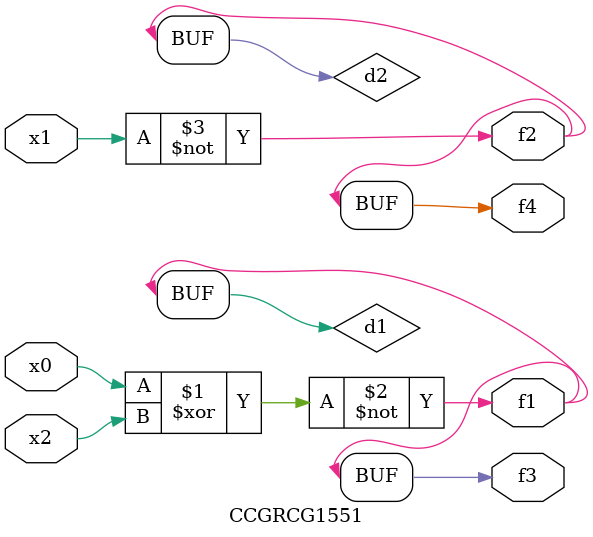
<source format=v>
module CCGRCG1551(
	input x0, x1, x2,
	output f1, f2, f3, f4
);

	wire d1, d2, d3;

	xnor (d1, x0, x2);
	nand (d2, x1);
	nor (d3, x1, x2);
	assign f1 = d1;
	assign f2 = d2;
	assign f3 = d1;
	assign f4 = d2;
endmodule

</source>
